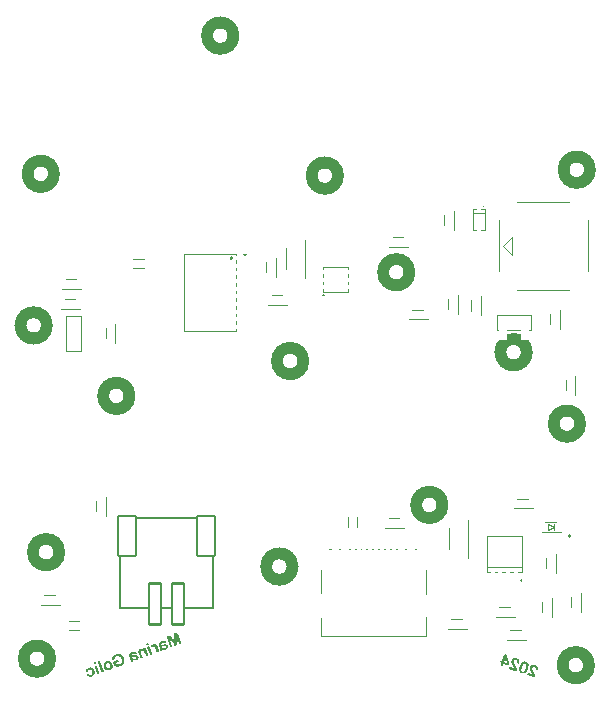
<source format=gbo>
%TF.GenerationSoftware,KiCad,Pcbnew,8.0.6*%
%TF.CreationDate,2024-12-09T18:11:45+01:00*%
%TF.ProjectId,Xmas,586d6173-2e6b-4696-9361-645f70636258,rev?*%
%TF.SameCoordinates,Original*%
%TF.FileFunction,Legend,Bot*%
%TF.FilePolarity,Positive*%
%FSLAX46Y46*%
G04 Gerber Fmt 4.6, Leading zero omitted, Abs format (unit mm)*
G04 Created by KiCad (PCBNEW 8.0.6) date 2024-12-09 18:11:45*
%MOMM*%
%LPD*%
G01*
G04 APERTURE LIST*
G04 Aperture macros list*
%AMRoundRect*
0 Rectangle with rounded corners*
0 $1 Rounding radius*
0 $2 $3 $4 $5 $6 $7 $8 $9 X,Y pos of 4 corners*
0 Add a 4 corners polygon primitive as box body*
4,1,4,$2,$3,$4,$5,$6,$7,$8,$9,$2,$3,0*
0 Add four circle primitives for the rounded corners*
1,1,$1+$1,$2,$3*
1,1,$1+$1,$4,$5*
1,1,$1+$1,$6,$7*
1,1,$1+$1,$8,$9*
0 Add four rect primitives between the rounded corners*
20,1,$1+$1,$2,$3,$4,$5,0*
20,1,$1+$1,$4,$5,$6,$7,0*
20,1,$1+$1,$6,$7,$8,$9,0*
20,1,$1+$1,$8,$9,$2,$3,0*%
G04 Aperture macros list end*
%ADD10C,1.000000*%
%ADD11C,0.250000*%
%ADD12C,0.100000*%
%ADD13C,0.200000*%
%ADD14C,0.127000*%
%ADD15R,0.950000X0.800000*%
%ADD16R,1.350000X0.400000*%
%ADD17R,0.800000X0.950000*%
%ADD18R,0.450000X0.300000*%
%ADD19R,1.000000X1.600000*%
%ADD20R,1.750000X1.125000*%
%ADD21R,0.450000X0.590000*%
%ADD22R,0.800000X0.900000*%
%ADD23C,0.100000*%
%ADD24R,0.300000X1.140000*%
%ADD25O,1.200000X2.000000*%
%ADD26O,1.200000X2.300000*%
%ADD27C,1.500000*%
%ADD28RoundRect,0.102000X0.500000X1.750000X-0.500000X1.750000X-0.500000X-1.750000X0.500000X-1.750000X0*%
%ADD29RoundRect,0.102000X0.750000X1.700000X-0.750000X1.700000X-0.750000X-1.700000X0.750000X-1.700000X0*%
%ADD30R,0.450000X1.400000*%
%ADD31R,2.000000X1.880000*%
%ADD32R,0.900000X0.800000*%
%ADD33R,1.800000X1.800000*%
G04 APERTURE END LIST*
D10*
X103150000Y-114750000D02*
G75*
G02*
X100913932Y-114750000I-1118034J0D01*
G01*
X100913932Y-114750000D02*
G75*
G02*
X103150000Y-114750000I1118034J0D01*
G01*
X133568034Y-82031966D02*
G75*
G02*
X131331966Y-82031966I-1118034J0D01*
G01*
X131331966Y-82031966D02*
G75*
G02*
X133568034Y-82031966I1118034J0D01*
G01*
X124586068Y-89550000D02*
G75*
G02*
X122350000Y-89550000I-1118034J0D01*
G01*
X122350000Y-89550000D02*
G75*
G02*
X124586068Y-89550000I1118034J0D01*
G01*
X143500000Y-88800000D02*
G75*
G02*
X141263932Y-88800000I-1118034J0D01*
G01*
X141263932Y-88800000D02*
G75*
G02*
X143500000Y-88800000I1118034J0D01*
G01*
X102868034Y-86531966D02*
G75*
G02*
X100631966Y-86531966I-1118034J0D01*
G01*
X100631966Y-86531966D02*
G75*
G02*
X102868034Y-86531966I1118034J0D01*
G01*
X109868034Y-92500000D02*
G75*
G02*
X107631966Y-92500000I-1118034J0D01*
G01*
X107631966Y-92500000D02*
G75*
G02*
X109868034Y-92500000I1118034J0D01*
G01*
X118668034Y-62000000D02*
G75*
G02*
X116431966Y-62000000I-1118034J0D01*
G01*
X116431966Y-62000000D02*
G75*
G02*
X118668034Y-62000000I1118034J0D01*
G01*
X148850000Y-73350000D02*
G75*
G02*
X146613932Y-73350000I-1118034J0D01*
G01*
X146613932Y-73350000D02*
G75*
G02*
X148850000Y-73350000I1118034J0D01*
G01*
X136368034Y-101731966D02*
G75*
G02*
X134131966Y-101731966I-1118034J0D01*
G01*
X134131966Y-101731966D02*
G75*
G02*
X136368034Y-101731966I1118034J0D01*
G01*
X148768034Y-115300000D02*
G75*
G02*
X146531966Y-115300000I-1118034J0D01*
G01*
X146531966Y-115300000D02*
G75*
G02*
X148768034Y-115300000I1118034J0D01*
G01*
X103468034Y-73700000D02*
G75*
G02*
X101231966Y-73700000I-1118034J0D01*
G01*
X101231966Y-73700000D02*
G75*
G02*
X103468034Y-73700000I1118034J0D01*
G01*
X123668034Y-106950000D02*
G75*
G02*
X121431966Y-106950000I-1118034J0D01*
G01*
X121431966Y-106950000D02*
G75*
G02*
X123668034Y-106950000I1118034J0D01*
G01*
X148018034Y-94850000D02*
G75*
G02*
X145781966Y-94850000I-1118034J0D01*
G01*
X145781966Y-94850000D02*
G75*
G02*
X148018034Y-94850000I1118034J0D01*
G01*
X103918034Y-105731966D02*
G75*
G02*
X101681966Y-105731966I-1118034J0D01*
G01*
X101681966Y-105731966D02*
G75*
G02*
X103918034Y-105731966I1118034J0D01*
G01*
X127518034Y-73850000D02*
G75*
G02*
X125281966Y-73850000I-1118034J0D01*
G01*
X125281966Y-73850000D02*
G75*
G02*
X127518034Y-73850000I1118034J0D01*
G01*
D11*
G36*
X144001142Y-116113729D02*
G01*
X143677758Y-115996027D01*
X143628839Y-115984395D01*
X143588115Y-115988092D01*
X143547055Y-116018041D01*
X143537477Y-116037240D01*
X143534290Y-116086568D01*
X143539941Y-116102596D01*
X143574724Y-116138944D01*
X143600129Y-116150754D01*
X144075221Y-116323674D01*
X144123692Y-116333323D01*
X144166284Y-116324848D01*
X144205646Y-116294643D01*
X144219742Y-116268669D01*
X144225863Y-116217854D01*
X144224812Y-116199037D01*
X144216711Y-116150524D01*
X144207327Y-116123535D01*
X144184389Y-116071889D01*
X144162160Y-116023288D01*
X144140638Y-115977730D01*
X144116909Y-115929391D01*
X144108250Y-115912289D01*
X144084301Y-115866436D01*
X144060016Y-115822931D01*
X144039779Y-115791198D01*
X144013262Y-115749772D01*
X143988689Y-115703757D01*
X143980255Y-115684800D01*
X143963701Y-115636018D01*
X143955660Y-115589555D01*
X143957312Y-115538510D01*
X143965409Y-115507071D01*
X143989618Y-115463432D01*
X144010041Y-115443001D01*
X144052990Y-115419066D01*
X144078390Y-115413035D01*
X144128830Y-115413975D01*
X144155199Y-115421238D01*
X144199633Y-115445355D01*
X144234846Y-115485263D01*
X144254435Y-115533706D01*
X144255744Y-115539187D01*
X144257969Y-115590773D01*
X144257875Y-115599744D01*
X144260824Y-115650088D01*
X144268451Y-115682089D01*
X144299668Y-115719780D01*
X144320083Y-115729472D01*
X144369079Y-115733475D01*
X144387443Y-115727218D01*
X144424477Y-115692545D01*
X144434076Y-115671934D01*
X144446199Y-115622738D01*
X144448933Y-115571469D01*
X144448818Y-115567874D01*
X144442274Y-115517725D01*
X144426775Y-115468396D01*
X144420702Y-115454453D01*
X144395078Y-115410496D01*
X144363416Y-115372259D01*
X144341396Y-115350992D01*
X144301193Y-115320229D01*
X144258495Y-115295835D01*
X144209938Y-115274842D01*
X144204761Y-115272929D01*
X144155708Y-115257334D01*
X144103144Y-115246140D01*
X144053354Y-115241673D01*
X144021703Y-115242430D01*
X143971898Y-115251206D01*
X143924568Y-115268878D01*
X143918444Y-115271906D01*
X143875068Y-115298807D01*
X143836742Y-115333485D01*
X143832013Y-115338697D01*
X143800958Y-115380453D01*
X143777887Y-115426944D01*
X143775415Y-115433500D01*
X143761073Y-115485249D01*
X143755742Y-115536927D01*
X143759422Y-115588534D01*
X143761239Y-115598847D01*
X143772323Y-115647366D01*
X143787256Y-115694172D01*
X143805062Y-115734099D01*
X143828996Y-115777946D01*
X143855559Y-115824768D01*
X143880563Y-115867997D01*
X143900750Y-115902525D01*
X143928090Y-115950197D01*
X143953756Y-115997835D01*
X143975513Y-116042703D01*
X143988529Y-116074829D01*
X144001142Y-116113729D01*
G37*
G36*
X143334335Y-114970302D02*
G01*
X143383477Y-114977552D01*
X143433826Y-114992332D01*
X143470748Y-115007772D01*
X143514890Y-115032732D01*
X143557598Y-115066787D01*
X143592945Y-115107169D01*
X143614996Y-115142548D01*
X143636062Y-115192585D01*
X143647908Y-115241359D01*
X143653279Y-115294176D01*
X143652021Y-115340952D01*
X143646121Y-115391874D01*
X143636730Y-115441764D01*
X143629251Y-115473233D01*
X143615758Y-115522451D01*
X143599533Y-115574088D01*
X143582819Y-115622019D01*
X143565029Y-115668035D01*
X143544168Y-115715603D01*
X143521951Y-115759974D01*
X143507004Y-115786346D01*
X143479923Y-115828245D01*
X143448508Y-115868920D01*
X143443669Y-115874242D01*
X143408528Y-115908334D01*
X143365655Y-115940522D01*
X143319889Y-115965484D01*
X143271229Y-115983220D01*
X143221040Y-115993153D01*
X143170829Y-115995022D01*
X143120597Y-115988825D01*
X143070345Y-115974563D01*
X143043856Y-115963742D01*
X143000037Y-115939720D01*
X142961181Y-115909856D01*
X142927289Y-115874150D01*
X142910738Y-115852035D01*
X142885845Y-115809053D01*
X142867249Y-115761990D01*
X142854949Y-115710844D01*
X142854350Y-115707101D01*
X143042381Y-115707101D01*
X143051712Y-115757248D01*
X143052855Y-115760383D01*
X143081264Y-115802481D01*
X143125185Y-115828176D01*
X143128562Y-115829364D01*
X143177188Y-115836512D01*
X143224869Y-115822091D01*
X143247322Y-115806238D01*
X143282817Y-115768542D01*
X143311892Y-115725106D01*
X143314502Y-115720614D01*
X143338183Y-115675843D01*
X143359514Y-115629488D01*
X143378397Y-115583862D01*
X143397483Y-115533509D01*
X143401448Y-115522516D01*
X143419327Y-115469978D01*
X143433956Y-115421486D01*
X143447221Y-115368637D01*
X143456784Y-115314344D01*
X143459913Y-115262005D01*
X143459714Y-115256159D01*
X143449324Y-115204730D01*
X143420271Y-115162909D01*
X143377838Y-115138302D01*
X143374349Y-115137072D01*
X143324598Y-115129256D01*
X143276882Y-115142883D01*
X143254599Y-115157955D01*
X143219532Y-115194156D01*
X143190965Y-115236113D01*
X143170441Y-115273446D01*
X143147071Y-115322723D01*
X143126049Y-115372992D01*
X143107463Y-115421972D01*
X143104679Y-115429662D01*
X143086879Y-115481117D01*
X143072031Y-115528422D01*
X143058678Y-115577406D01*
X143048266Y-115626035D01*
X143044069Y-115655131D01*
X143042381Y-115707101D01*
X142854350Y-115707101D01*
X142854188Y-115706085D01*
X142849397Y-115653023D01*
X142850730Y-115603656D01*
X142857479Y-115553215D01*
X142865140Y-115516305D01*
X142878345Y-115465355D01*
X142893252Y-115416767D01*
X142911142Y-115365073D01*
X142915633Y-115352883D01*
X142933942Y-115306211D01*
X142957600Y-115252561D01*
X142982116Y-115204122D01*
X143007489Y-115160894D01*
X143039068Y-115115898D01*
X143071882Y-115078406D01*
X143094678Y-115056843D01*
X143135173Y-115025369D01*
X143181061Y-114999102D01*
X143202852Y-114989717D01*
X143251541Y-114975500D01*
X143302245Y-114969652D01*
X143334335Y-114970302D01*
G37*
G36*
X142438616Y-115545016D02*
G01*
X142115232Y-115427314D01*
X142066313Y-115415682D01*
X142025589Y-115419379D01*
X141984530Y-115449328D01*
X141974951Y-115468527D01*
X141971764Y-115517856D01*
X141977415Y-115533883D01*
X142012198Y-115570231D01*
X142037603Y-115582041D01*
X142512695Y-115754961D01*
X142561166Y-115764610D01*
X142603759Y-115756135D01*
X142643120Y-115725930D01*
X142657216Y-115699956D01*
X142663337Y-115649141D01*
X142662286Y-115630324D01*
X142654185Y-115581811D01*
X142644801Y-115554822D01*
X142621863Y-115503177D01*
X142599634Y-115454575D01*
X142578113Y-115409017D01*
X142554384Y-115360678D01*
X142545724Y-115343576D01*
X142521775Y-115297724D01*
X142497490Y-115254218D01*
X142477253Y-115222485D01*
X142450736Y-115181059D01*
X142426163Y-115135044D01*
X142417730Y-115116087D01*
X142401175Y-115067305D01*
X142393134Y-115020843D01*
X142394786Y-114969797D01*
X142402883Y-114938358D01*
X142427092Y-114894719D01*
X142447516Y-114874288D01*
X142490464Y-114850353D01*
X142515864Y-114844322D01*
X142566304Y-114845262D01*
X142592673Y-114852525D01*
X142637107Y-114876642D01*
X142672320Y-114916550D01*
X142691910Y-114964993D01*
X142693218Y-114970474D01*
X142695443Y-115022060D01*
X142695349Y-115031031D01*
X142698298Y-115081375D01*
X142705926Y-115113376D01*
X142737142Y-115151067D01*
X142757558Y-115160759D01*
X142806553Y-115164762D01*
X142824917Y-115158505D01*
X142861951Y-115123832D01*
X142871550Y-115103221D01*
X142883673Y-115054025D01*
X142886407Y-115002756D01*
X142886292Y-114999161D01*
X142879748Y-114949012D01*
X142864249Y-114899683D01*
X142858176Y-114885740D01*
X142832552Y-114841783D01*
X142800890Y-114803546D01*
X142778870Y-114782279D01*
X142738667Y-114751516D01*
X142695969Y-114727122D01*
X142647412Y-114706129D01*
X142642235Y-114704216D01*
X142593182Y-114688621D01*
X142540618Y-114677427D01*
X142490829Y-114672960D01*
X142459177Y-114673717D01*
X142409373Y-114682493D01*
X142362042Y-114700165D01*
X142355918Y-114703193D01*
X142312542Y-114730094D01*
X142274216Y-114764772D01*
X142269488Y-114769984D01*
X142238432Y-114811740D01*
X142215362Y-114858231D01*
X142212889Y-114864787D01*
X142198547Y-114916536D01*
X142193216Y-114968214D01*
X142196896Y-115019821D01*
X142198713Y-115030134D01*
X142209797Y-115078653D01*
X142224730Y-115125459D01*
X142242536Y-115165386D01*
X142266470Y-115209233D01*
X142293034Y-115256055D01*
X142318038Y-115299285D01*
X142338224Y-115333812D01*
X142365565Y-115381484D01*
X142391230Y-115429122D01*
X142412988Y-115473990D01*
X142426003Y-115506116D01*
X142438616Y-115545016D01*
G37*
G36*
X141733592Y-114373497D02*
G01*
X141747375Y-114379671D01*
X141782283Y-114415392D01*
X141798999Y-114454659D01*
X141814977Y-114502668D01*
X141991739Y-115080341D01*
X142004393Y-115120556D01*
X142013815Y-115154656D01*
X142018021Y-115187376D01*
X142013067Y-115215984D01*
X141992115Y-115253865D01*
X141950863Y-115284055D01*
X141942468Y-115286991D01*
X141891695Y-115290515D01*
X141843002Y-115278326D01*
X141526274Y-115163047D01*
X141484840Y-115276885D01*
X141467001Y-115313404D01*
X141431692Y-115347212D01*
X141407544Y-115356033D01*
X141358176Y-115351385D01*
X141335611Y-115340227D01*
X141303832Y-115301455D01*
X141297912Y-115261482D01*
X141308804Y-115212813D01*
X141350238Y-115098974D01*
X141318335Y-115087363D01*
X141284173Y-115071895D01*
X141246775Y-115039744D01*
X141237110Y-115018323D01*
X141238746Y-115001469D01*
X141585084Y-115001469D01*
X141840761Y-115094528D01*
X141708132Y-114663396D01*
X141585084Y-115001469D01*
X141238746Y-115001469D01*
X141241913Y-114968836D01*
X141255539Y-114941443D01*
X141299105Y-114914536D01*
X141340651Y-114916792D01*
X141388620Y-114929962D01*
X141409047Y-114937397D01*
X141585308Y-114453124D01*
X141600249Y-114420075D01*
X141634824Y-114379820D01*
X141684819Y-114364096D01*
X141733592Y-114373497D01*
G37*
G36*
X113864231Y-113444107D02*
G01*
X113788122Y-112785105D01*
X114019189Y-113442809D01*
X114042287Y-113488224D01*
X114077160Y-113519959D01*
X114125689Y-113530886D01*
X114157165Y-113524108D01*
X114199581Y-113495979D01*
X114215348Y-113470442D01*
X114221757Y-113421068D01*
X114210562Y-113374455D01*
X113940239Y-112631750D01*
X113917713Y-112587655D01*
X113878649Y-112557307D01*
X113873338Y-112555772D01*
X113823341Y-112553486D01*
X113772637Y-112566173D01*
X113713422Y-112587725D01*
X113666509Y-112607724D01*
X113635934Y-112627625D01*
X113611694Y-112670846D01*
X113610741Y-112678381D01*
X113610352Y-112728861D01*
X113613189Y-112770800D01*
X113658084Y-113299768D01*
X113352462Y-112865697D01*
X113322134Y-112824517D01*
X113295161Y-112793243D01*
X113250594Y-112771085D01*
X113243237Y-112770555D01*
X113193023Y-112778517D01*
X113158230Y-112789798D01*
X113098786Y-112811434D01*
X113054701Y-112832505D01*
X113017087Y-112865807D01*
X113015418Y-112868029D01*
X113001564Y-112917737D01*
X113012777Y-112969319D01*
X113283099Y-113712024D01*
X113306040Y-113757008D01*
X113340736Y-113788255D01*
X113389462Y-113798888D01*
X113421346Y-113791925D01*
X113462875Y-113763814D01*
X113478360Y-113737904D01*
X113484593Y-113688046D01*
X113473407Y-113641458D01*
X113227651Y-112989100D01*
X113592946Y-113542846D01*
X113621721Y-113584433D01*
X113649498Y-113621812D01*
X113688461Y-113653343D01*
X113705434Y-113661234D01*
X113754714Y-113666751D01*
X113788567Y-113658267D01*
X113831317Y-113633577D01*
X113843478Y-113620607D01*
X113865798Y-113575996D01*
X113867668Y-113567096D01*
X113870540Y-113517105D01*
X113869904Y-113507541D01*
X113865547Y-113458311D01*
X113864231Y-113444107D01*
G37*
G36*
X112810457Y-113234419D02*
G01*
X112858005Y-113245922D01*
X112904753Y-113268814D01*
X112914070Y-113275397D01*
X112949872Y-113309756D01*
X112974202Y-113353222D01*
X112978221Y-113367816D01*
X112970465Y-113417222D01*
X112962586Y-113429610D01*
X112921857Y-113459346D01*
X112919611Y-113460150D01*
X112869586Y-113463556D01*
X112857390Y-113456060D01*
X112816511Y-113426992D01*
X112788562Y-113409520D01*
X112741046Y-113393898D01*
X112736103Y-113393305D01*
X112685664Y-113397562D01*
X112636924Y-113412041D01*
X112627871Y-113415467D01*
X112583716Y-113437825D01*
X112550157Y-113477151D01*
X112546180Y-113527257D01*
X112556885Y-113576331D01*
X112563733Y-113575807D01*
X112614197Y-113571363D01*
X112663074Y-113566012D01*
X112686476Y-113563077D01*
X112735043Y-113556428D01*
X112785768Y-113548906D01*
X112825145Y-113542793D01*
X112875179Y-113535337D01*
X112880709Y-113534614D01*
X112933626Y-113532492D01*
X112982209Y-113539664D01*
X113030646Y-113558287D01*
X113068439Y-113584169D01*
X113101102Y-113621510D01*
X113124434Y-113668145D01*
X113128973Y-113682011D01*
X113137080Y-113731134D01*
X113133085Y-113781180D01*
X113128638Y-113798910D01*
X113108081Y-113845766D01*
X113078298Y-113885594D01*
X113052014Y-113910238D01*
X113010436Y-113937798D01*
X112965762Y-113957744D01*
X112919090Y-113971888D01*
X112868952Y-113980443D01*
X112820076Y-113981659D01*
X112775645Y-113977402D01*
X112725786Y-113967919D01*
X112674895Y-113953406D01*
X112664375Y-113996203D01*
X112646667Y-114042955D01*
X112636887Y-114060046D01*
X112598541Y-114091401D01*
X112576455Y-114096775D01*
X112526883Y-114090191D01*
X112512081Y-114083189D01*
X112479147Y-114045445D01*
X112473818Y-114017949D01*
X112470027Y-113968970D01*
X112469275Y-113957844D01*
X112462426Y-113908526D01*
X112448981Y-113860447D01*
X112431057Y-113812894D01*
X112412895Y-113764156D01*
X112408787Y-113753037D01*
X112391540Y-113706079D01*
X112387608Y-113695302D01*
X112599927Y-113695302D01*
X112605106Y-113709532D01*
X112617299Y-113740521D01*
X112640503Y-113786630D01*
X112673919Y-113827181D01*
X112707841Y-113847627D01*
X112756249Y-113859855D01*
X112806606Y-113859851D01*
X112857054Y-113847598D01*
X112887832Y-113832338D01*
X112922144Y-113795056D01*
X112930695Y-113772607D01*
X112927673Y-113723125D01*
X112921272Y-113709093D01*
X112884006Y-113677419D01*
X112872393Y-113673765D01*
X112822821Y-113669278D01*
X112812194Y-113670399D01*
X112761914Y-113676841D01*
X112712960Y-113683792D01*
X112703166Y-113685170D01*
X112652042Y-113691594D01*
X112599927Y-113695302D01*
X112387608Y-113695302D01*
X112374239Y-113658663D01*
X112367782Y-113640146D01*
X112352886Y-113587546D01*
X112344700Y-113539370D01*
X112343805Y-113486498D01*
X112351205Y-113447478D01*
X112374013Y-113400079D01*
X112407914Y-113361277D01*
X112440664Y-113335256D01*
X112486428Y-113307552D01*
X112535036Y-113284320D01*
X112583691Y-113265069D01*
X112616047Y-113254117D01*
X112665471Y-113240880D01*
X112717620Y-113232294D01*
X112771276Y-113230583D01*
X112810457Y-113234419D01*
G37*
G36*
X112093440Y-113974778D02*
G01*
X112147739Y-114123962D01*
X112171079Y-114169417D01*
X112206627Y-114200777D01*
X112255497Y-114211581D01*
X112286403Y-114205010D01*
X112328129Y-114176827D01*
X112343647Y-114150906D01*
X112350012Y-114101411D01*
X112339111Y-114055607D01*
X112159760Y-113562842D01*
X112137333Y-113515100D01*
X112101880Y-113476303D01*
X112053754Y-113462995D01*
X112020465Y-113470067D01*
X111978752Y-113495776D01*
X111962533Y-113524422D01*
X111957826Y-113574123D01*
X111961823Y-113591739D01*
X111919697Y-113565293D01*
X111885458Y-113551175D01*
X111833832Y-113545020D01*
X111785847Y-113555492D01*
X111782231Y-113556777D01*
X111737737Y-113578291D01*
X111697496Y-113608895D01*
X111680357Y-113626086D01*
X111653189Y-113668603D01*
X111652375Y-113720425D01*
X111653426Y-113723480D01*
X111683670Y-113763595D01*
X111698784Y-113771691D01*
X111747332Y-113778274D01*
X111759988Y-113774886D01*
X111801582Y-113747063D01*
X111803612Y-113745493D01*
X111846152Y-113717813D01*
X111863762Y-113710084D01*
X111912215Y-113703728D01*
X111929534Y-113707978D01*
X111970981Y-113735720D01*
X111986556Y-113753243D01*
X112014837Y-113795105D01*
X112039021Y-113840973D01*
X112060151Y-113888854D01*
X112079075Y-113936292D01*
X112093440Y-113974778D01*
G37*
G36*
X111385188Y-113823450D02*
G01*
X111571390Y-114335035D01*
X111594430Y-114379667D01*
X111629861Y-114410703D01*
X111678730Y-114421507D01*
X111709637Y-114414936D01*
X111751677Y-114386334D01*
X111766859Y-114360060D01*
X111772809Y-114310579D01*
X111762115Y-114265617D01*
X111577835Y-113759310D01*
X111555323Y-113715347D01*
X111521013Y-113684602D01*
X111472968Y-113673945D01*
X111442322Y-113680494D01*
X111399759Y-113708778D01*
X111383764Y-113734557D01*
X111376127Y-113784531D01*
X111385188Y-113823450D01*
G37*
G36*
X111413524Y-113607801D02*
G01*
X111456855Y-113580724D01*
X111473023Y-113559894D01*
X111484096Y-113512229D01*
X111477759Y-113484354D01*
X111449079Y-113444308D01*
X111425868Y-113431763D01*
X111375701Y-113425268D01*
X111349369Y-113431535D01*
X111306542Y-113459162D01*
X111292144Y-113477835D01*
X111280552Y-113525332D01*
X111287033Y-113553772D01*
X111314383Y-113594603D01*
X111338904Y-113608449D01*
X111387518Y-113614134D01*
X111413524Y-113607801D01*
G37*
G36*
X111042877Y-113941283D02*
G01*
X111043107Y-113941200D01*
X110999096Y-113919208D01*
X110949715Y-113905092D01*
X110925113Y-113901232D01*
X110873876Y-113900082D01*
X110825350Y-113907623D01*
X110784537Y-113919908D01*
X110738382Y-113940792D01*
X110695046Y-113970338D01*
X110667349Y-113997130D01*
X110638440Y-114037441D01*
X110619171Y-114085882D01*
X110613985Y-114114022D01*
X110612409Y-114164589D01*
X110616972Y-114195069D01*
X110629951Y-114243545D01*
X110646028Y-114291309D01*
X110647363Y-114294992D01*
X110768072Y-114626639D01*
X110790948Y-114671445D01*
X110825792Y-114703100D01*
X110873945Y-114714388D01*
X110904734Y-114707897D01*
X110945876Y-114680827D01*
X110963020Y-114652373D01*
X110969035Y-114602494D01*
X110958255Y-114557158D01*
X110850076Y-114259938D01*
X110834129Y-114209221D01*
X110824857Y-114157233D01*
X110825349Y-114121305D01*
X110847346Y-114075871D01*
X110891716Y-114047440D01*
X110899968Y-114044242D01*
X110948100Y-114035379D01*
X110991532Y-114041585D01*
X111037656Y-114063840D01*
X111072763Y-114096233D01*
X111098401Y-114140312D01*
X111119702Y-114189045D01*
X111138536Y-114238381D01*
X111219900Y-114461927D01*
X111243130Y-114507236D01*
X111278476Y-114538596D01*
X111327328Y-114549407D01*
X111358481Y-114542746D01*
X111400109Y-114514294D01*
X111415474Y-114487953D01*
X111421795Y-114438337D01*
X111411189Y-114393343D01*
X111224988Y-113881758D01*
X111202000Y-113837167D01*
X111171797Y-113809887D01*
X111121654Y-113800228D01*
X111096445Y-113806382D01*
X111055032Y-113834711D01*
X111035076Y-113879610D01*
X111034826Y-113881313D01*
X111039553Y-113931226D01*
X111042877Y-113941283D01*
G37*
G36*
X110303255Y-114146966D02*
G01*
X110350803Y-114158469D01*
X110397550Y-114181361D01*
X110406867Y-114187944D01*
X110442670Y-114222303D01*
X110467000Y-114265769D01*
X110471018Y-114280363D01*
X110463263Y-114329769D01*
X110455384Y-114342157D01*
X110414655Y-114371893D01*
X110412408Y-114372697D01*
X110362384Y-114376103D01*
X110350188Y-114368607D01*
X110309308Y-114339539D01*
X110281360Y-114322067D01*
X110233843Y-114306445D01*
X110228900Y-114305852D01*
X110178462Y-114310109D01*
X110129722Y-114324588D01*
X110120669Y-114328014D01*
X110076514Y-114350372D01*
X110042955Y-114389698D01*
X110038978Y-114439804D01*
X110049683Y-114488878D01*
X110056531Y-114488354D01*
X110106995Y-114483910D01*
X110155872Y-114478559D01*
X110179274Y-114475624D01*
X110227841Y-114468975D01*
X110278565Y-114461453D01*
X110317943Y-114455340D01*
X110367977Y-114447884D01*
X110373507Y-114447161D01*
X110426424Y-114445039D01*
X110475007Y-114452211D01*
X110523443Y-114470834D01*
X110561236Y-114496716D01*
X110593900Y-114534057D01*
X110617232Y-114580692D01*
X110621771Y-114594558D01*
X110629878Y-114643681D01*
X110625883Y-114693727D01*
X110621436Y-114711457D01*
X110600879Y-114758313D01*
X110571096Y-114798141D01*
X110544812Y-114822785D01*
X110503234Y-114850345D01*
X110458560Y-114870291D01*
X110411887Y-114884435D01*
X110361750Y-114892990D01*
X110312873Y-114894205D01*
X110268443Y-114889949D01*
X110218584Y-114880466D01*
X110167693Y-114865953D01*
X110157172Y-114908750D01*
X110139465Y-114955501D01*
X110129685Y-114972593D01*
X110091339Y-115003948D01*
X110069253Y-115009322D01*
X110019681Y-115002738D01*
X110004878Y-114995736D01*
X109971945Y-114957992D01*
X109966616Y-114930496D01*
X109962824Y-114881517D01*
X109962073Y-114870391D01*
X109955224Y-114821073D01*
X109941779Y-114772994D01*
X109923855Y-114725441D01*
X109905693Y-114676703D01*
X109901585Y-114665584D01*
X109884337Y-114618626D01*
X109880405Y-114607849D01*
X110092725Y-114607849D01*
X110097904Y-114622079D01*
X110110097Y-114653068D01*
X110133301Y-114699177D01*
X110166717Y-114739728D01*
X110200639Y-114760174D01*
X110249047Y-114772402D01*
X110299404Y-114772398D01*
X110349852Y-114760144D01*
X110380630Y-114744885D01*
X110414942Y-114707603D01*
X110423493Y-114685154D01*
X110420471Y-114635672D01*
X110414070Y-114621640D01*
X110376804Y-114589966D01*
X110365191Y-114586312D01*
X110315619Y-114581825D01*
X110304992Y-114582946D01*
X110254712Y-114589388D01*
X110205758Y-114596339D01*
X110195964Y-114597717D01*
X110144840Y-114604141D01*
X110092725Y-114607849D01*
X109880405Y-114607849D01*
X109867037Y-114571210D01*
X109860580Y-114552693D01*
X109845684Y-114500093D01*
X109837498Y-114451917D01*
X109836603Y-114399045D01*
X109844003Y-114360025D01*
X109866811Y-114312626D01*
X109900712Y-114273824D01*
X109933461Y-114247803D01*
X109979225Y-114220099D01*
X110027834Y-114196867D01*
X110076488Y-114177616D01*
X110108845Y-114166664D01*
X110158269Y-114153427D01*
X110210418Y-114144841D01*
X110264073Y-114143130D01*
X110303255Y-114146966D01*
G37*
G36*
X108504412Y-115120708D02*
G01*
X108570321Y-115301794D01*
X108591132Y-115346797D01*
X108599949Y-115359629D01*
X108639439Y-115389421D01*
X108642756Y-115390834D01*
X108690434Y-115404701D01*
X108705947Y-115407342D01*
X108756691Y-115413353D01*
X108805522Y-115416520D01*
X108858171Y-115416681D01*
X108897446Y-115414317D01*
X108947512Y-115407780D01*
X108998601Y-115397046D01*
X109050712Y-115382115D01*
X109080104Y-115372008D01*
X109126884Y-115353128D01*
X109176629Y-115328366D01*
X109222408Y-115300206D01*
X109264222Y-115268649D01*
X109269170Y-115264466D01*
X109306099Y-115229354D01*
X109338302Y-115191609D01*
X109368879Y-115145998D01*
X109388525Y-115108219D01*
X109406362Y-115062740D01*
X109419188Y-115015185D01*
X109427002Y-114965556D01*
X109429805Y-114913851D01*
X109427365Y-114860595D01*
X109419679Y-114806227D01*
X109408651Y-114757743D01*
X109393606Y-114708407D01*
X109388570Y-114694154D01*
X109369401Y-114646443D01*
X109347711Y-114601715D01*
X109319835Y-114554249D01*
X109288666Y-114510678D01*
X109280359Y-114500393D01*
X109245276Y-114462251D01*
X109207538Y-114429039D01*
X109167142Y-114400758D01*
X109124091Y-114377407D01*
X109078528Y-114359032D01*
X109030915Y-114345821D01*
X108981250Y-114337776D01*
X108929534Y-114334896D01*
X108875990Y-114337213D01*
X108820924Y-114344991D01*
X108771493Y-114356275D01*
X108720897Y-114371739D01*
X108706227Y-114376925D01*
X108659878Y-114395663D01*
X108612428Y-114419501D01*
X108569947Y-114446260D01*
X108544388Y-114465721D01*
X108506816Y-114499488D01*
X108472973Y-114537544D01*
X108446971Y-114576554D01*
X108424750Y-114622542D01*
X108410054Y-114670818D01*
X108407127Y-114687745D01*
X108404653Y-114737185D01*
X108412516Y-114777535D01*
X108440285Y-114818680D01*
X108466161Y-114834945D01*
X108515479Y-114844022D01*
X108545582Y-114837488D01*
X108584637Y-114810537D01*
X108607766Y-114766251D01*
X108619657Y-114715459D01*
X108633748Y-114667631D01*
X108636323Y-114660467D01*
X108660789Y-114615661D01*
X108682919Y-114589964D01*
X108723621Y-114558970D01*
X108767695Y-114537725D01*
X108779266Y-114533323D01*
X108827023Y-114519523D01*
X108876987Y-114513303D01*
X108903128Y-114513714D01*
X108953284Y-114522174D01*
X109000664Y-114540500D01*
X109013691Y-114547548D01*
X109054133Y-114576052D01*
X109091519Y-114613132D01*
X109107744Y-114633138D01*
X109135001Y-114673874D01*
X109158906Y-114719577D01*
X109177729Y-114765436D01*
X109194071Y-114816000D01*
X109205399Y-114864124D01*
X109212377Y-114918652D01*
X109212137Y-114969667D01*
X109202733Y-115024745D01*
X109195695Y-115046885D01*
X109172781Y-115094217D01*
X109141166Y-115135138D01*
X109100851Y-115169650D01*
X109051834Y-115197751D01*
X109019918Y-115210932D01*
X108971215Y-115225916D01*
X108922881Y-115235285D01*
X108890863Y-115238410D01*
X108838562Y-115239290D01*
X108789569Y-115236252D01*
X108760671Y-115232772D01*
X108709130Y-115091163D01*
X108850280Y-115039788D01*
X108895322Y-115018940D01*
X108929373Y-114990727D01*
X108943007Y-114943772D01*
X108936884Y-114917815D01*
X108907637Y-114878038D01*
X108890336Y-114868478D01*
X108840090Y-114863079D01*
X108814652Y-114869774D01*
X108597073Y-114948966D01*
X108551509Y-114969002D01*
X108529453Y-114982415D01*
X108498697Y-115020496D01*
X108494099Y-115034530D01*
X108494033Y-115084060D01*
X108504412Y-115120708D01*
G37*
G36*
X108121921Y-114939658D02*
G01*
X108170457Y-114950846D01*
X108216318Y-114969027D01*
X108255169Y-114991346D01*
X108294608Y-115022139D01*
X108330592Y-115059473D01*
X108336731Y-115066916D01*
X108365086Y-115106813D01*
X108389534Y-115151177D01*
X108410074Y-115200010D01*
X108411893Y-115205083D01*
X108426891Y-115255243D01*
X108436080Y-115304369D01*
X108439480Y-115357214D01*
X108436350Y-115403859D01*
X108426245Y-115453138D01*
X108409161Y-115500288D01*
X108387917Y-115540433D01*
X108358801Y-115580881D01*
X108323661Y-115617440D01*
X108320149Y-115620557D01*
X108278230Y-115652190D01*
X108234904Y-115676716D01*
X108186609Y-115697213D01*
X108181480Y-115699051D01*
X108130920Y-115713981D01*
X108081683Y-115722642D01*
X108029050Y-115724929D01*
X107982906Y-115720667D01*
X107934406Y-115709293D01*
X107888271Y-115690916D01*
X107848811Y-115668433D01*
X107808986Y-115637590D01*
X107772912Y-115600345D01*
X107766764Y-115592879D01*
X107738437Y-115553059D01*
X107714131Y-115509084D01*
X107693847Y-115460955D01*
X107692028Y-115455882D01*
X107677047Y-115405686D01*
X107667904Y-115356462D01*
X107664587Y-115303438D01*
X107665545Y-115288054D01*
X107862545Y-115288054D01*
X107870259Y-115340474D01*
X107885490Y-115391203D01*
X107898047Y-115422233D01*
X107921071Y-115465507D01*
X107951289Y-115504815D01*
X107990223Y-115536845D01*
X108032753Y-115555906D01*
X108081776Y-115561282D01*
X108133146Y-115550325D01*
X108175630Y-115528351D01*
X108211526Y-115492166D01*
X108213230Y-115489668D01*
X108233756Y-115445037D01*
X108241484Y-115395230D01*
X108241075Y-115369619D01*
X108233532Y-115319377D01*
X108218744Y-115269909D01*
X108207176Y-115241202D01*
X108184197Y-115197651D01*
X108154816Y-115158539D01*
X108152369Y-115155883D01*
X108113869Y-115123343D01*
X108069098Y-115103705D01*
X108021515Y-115099191D01*
X107972757Y-115109659D01*
X107930063Y-115131570D01*
X107894819Y-115166123D01*
X107871853Y-115211625D01*
X107865672Y-115235582D01*
X107862545Y-115288054D01*
X107665545Y-115288054D01*
X107667502Y-115256648D01*
X107677446Y-115207417D01*
X107694447Y-115160532D01*
X107715591Y-115120448D01*
X107745032Y-115079969D01*
X107780948Y-115043275D01*
X107784526Y-115040118D01*
X107827060Y-115008119D01*
X107870774Y-114983375D01*
X107919294Y-114962771D01*
X107924296Y-114960979D01*
X107973888Y-114946402D01*
X108022695Y-114937897D01*
X108075476Y-114935556D01*
X108121921Y-114939658D01*
G37*
G36*
X107665680Y-115756337D02*
G01*
X107386001Y-114987927D01*
X107363406Y-114943263D01*
X107329367Y-114911591D01*
X107281268Y-114900283D01*
X107249736Y-114907045D01*
X107208093Y-114933930D01*
X107190657Y-114961817D01*
X107184236Y-115011159D01*
X107195276Y-115057345D01*
X107474954Y-115825756D01*
X107498014Y-115870753D01*
X107533133Y-115902049D01*
X107582003Y-115912630D01*
X107613285Y-115905886D01*
X107655325Y-115877284D01*
X107670507Y-115851010D01*
X107676430Y-115801456D01*
X107665680Y-115756337D01*
G37*
G36*
X106932632Y-115444048D02*
G01*
X107118834Y-115955633D01*
X107141874Y-116000265D01*
X107177304Y-116031301D01*
X107226174Y-116042104D01*
X107257081Y-116035534D01*
X107299121Y-116006932D01*
X107314303Y-115980657D01*
X107320252Y-115931177D01*
X107309559Y-115886214D01*
X107125279Y-115379908D01*
X107102767Y-115335945D01*
X107068456Y-115305200D01*
X107020412Y-115294543D01*
X106989765Y-115301092D01*
X106947203Y-115329376D01*
X106931208Y-115355155D01*
X106923571Y-115405129D01*
X106932632Y-115444048D01*
G37*
G36*
X106960968Y-115228399D02*
G01*
X107004299Y-115201322D01*
X107020467Y-115180492D01*
X107031540Y-115132827D01*
X107025203Y-115104952D01*
X106996523Y-115064906D01*
X106973311Y-115052361D01*
X106923145Y-115045866D01*
X106896813Y-115052133D01*
X106853986Y-115079760D01*
X106839588Y-115098433D01*
X106827995Y-115145930D01*
X106834477Y-115174370D01*
X106861827Y-115215201D01*
X106886348Y-115229047D01*
X106934962Y-115234732D01*
X106960968Y-115228399D01*
G37*
G36*
X106266217Y-116139640D02*
G01*
X106290850Y-116182211D01*
X106313939Y-116206484D01*
X106353496Y-116235363D01*
X106399382Y-116257108D01*
X106402744Y-116258375D01*
X106453202Y-116271821D01*
X106505654Y-116276924D01*
X106527263Y-116276993D01*
X106576449Y-116272853D01*
X106627488Y-116262326D01*
X106675494Y-116247214D01*
X106724914Y-116226523D01*
X106769033Y-116202356D01*
X106814978Y-116168765D01*
X106853289Y-116130167D01*
X106883966Y-116086563D01*
X106900176Y-116054712D01*
X106917809Y-116004140D01*
X106927166Y-115951318D01*
X106928247Y-115896244D01*
X106921052Y-115838919D01*
X106908735Y-115789429D01*
X106898586Y-115758984D01*
X106879335Y-115712447D01*
X106853417Y-115664069D01*
X106823323Y-115620818D01*
X106789051Y-115582693D01*
X106784473Y-115578288D01*
X106745977Y-115546700D01*
X106699086Y-115519031D01*
X106648401Y-115499692D01*
X106612503Y-115491427D01*
X106562473Y-115486439D01*
X106510671Y-115488724D01*
X106457098Y-115498281D01*
X106408768Y-115512609D01*
X106401753Y-115515111D01*
X106356150Y-115534442D01*
X106311436Y-115559934D01*
X106281348Y-115582067D01*
X106243454Y-115616717D01*
X106210888Y-115656117D01*
X106201329Y-115670713D01*
X106178582Y-115714363D01*
X106163899Y-115762831D01*
X106161135Y-115811881D01*
X106167490Y-115840539D01*
X106196993Y-115879909D01*
X106214727Y-115889626D01*
X106265252Y-115896129D01*
X106285613Y-115890857D01*
X106321496Y-115863761D01*
X106340206Y-115818232D01*
X106341952Y-115812130D01*
X106356349Y-115764225D01*
X106379494Y-115718308D01*
X106381049Y-115716025D01*
X106417531Y-115680889D01*
X106457740Y-115661080D01*
X106508189Y-115650673D01*
X106556970Y-115656782D01*
X106599871Y-115676668D01*
X106639162Y-115709304D01*
X106669622Y-115749056D01*
X106692797Y-115792645D01*
X106705418Y-115823833D01*
X106719580Y-115872027D01*
X106726313Y-115918376D01*
X106724566Y-115969003D01*
X106717343Y-116000136D01*
X106694375Y-116045440D01*
X106679571Y-116062748D01*
X106638124Y-116092844D01*
X106615605Y-116102665D01*
X106566403Y-116113880D01*
X106520245Y-116110601D01*
X106472199Y-116091225D01*
X106429333Y-116060777D01*
X106389632Y-116032171D01*
X106374421Y-116024881D01*
X106324891Y-116022439D01*
X106317475Y-116024814D01*
X106277831Y-116055087D01*
X106268577Y-116073282D01*
X106261878Y-116121957D01*
X106266217Y-116139640D01*
G37*
D12*
%TO.C,R4*%
X144787500Y-111200000D02*
X144787500Y-109600000D01*
X145612500Y-109600000D02*
X145612500Y-111200000D01*
%TO.C,IC1*%
X114500000Y-80500000D02*
X114500000Y-87000000D01*
X114500000Y-87000000D02*
X118900000Y-87000000D01*
X118900000Y-80500000D02*
X114500000Y-80500000D01*
X118900000Y-87000000D02*
X118900000Y-80500000D01*
X119500000Y-80450000D02*
X119700000Y-80450000D01*
X119600000Y-80550000D02*
X119500000Y-80450000D01*
X119700000Y-80450000D02*
X119600000Y-80550000D01*
D13*
X118600000Y-80850000D02*
G75*
G02*
X118400000Y-80850000I-100000J0D01*
G01*
X118400000Y-80850000D02*
G75*
G02*
X118600000Y-80850000I100000J0D01*
G01*
D12*
%TO.C,C2*%
X140875000Y-110412500D02*
X142475000Y-110412500D01*
X142475000Y-111237500D02*
X140875000Y-111237500D01*
%TO.C,C5*%
X107037500Y-102660000D02*
X107037500Y-101060000D01*
X107862500Y-101060000D02*
X107862500Y-102660000D01*
%TO.C,R11*%
X107837500Y-88000000D02*
X107837500Y-86400000D01*
X108662500Y-86400000D02*
X108662500Y-88000000D01*
%TO.C,C10*%
X104400000Y-111537500D02*
X106000000Y-111537500D01*
X106000000Y-112362500D02*
X104400000Y-112362500D01*
%TO.C,R2*%
X128337500Y-104000000D02*
X128337500Y-102400000D01*
X129162500Y-102400000D02*
X129162500Y-104000000D01*
%TO.C,R10*%
X102350000Y-109337500D02*
X103950000Y-109337500D01*
X103950000Y-110162500D02*
X102350000Y-110162500D01*
%TO.C,R7*%
X121580000Y-83957500D02*
X123180000Y-83957500D01*
X123180000Y-84782500D02*
X121580000Y-84782500D01*
%TO.C,R8*%
X109850000Y-80887500D02*
X111450000Y-80887500D01*
X111450000Y-81712500D02*
X109850000Y-81712500D01*
%TO.C,U1*%
X126175000Y-83950000D02*
X126275000Y-83850000D01*
X126275000Y-83850000D02*
X126375000Y-83950000D01*
X126375000Y-83950000D02*
X126175000Y-83950000D01*
X126225000Y-83700000D02*
X128325000Y-83700000D01*
X128325000Y-81600000D01*
X126225000Y-81600000D01*
X126225000Y-83700000D01*
%TO.C,C8*%
X123100000Y-82500000D02*
X123100000Y-79300000D01*
X124700000Y-79300000D02*
X124700000Y-82500000D01*
%TO.C,C4*%
X146787500Y-92400000D02*
X146787500Y-90800000D01*
X147612500Y-90800000D02*
X147612500Y-92400000D01*
%TO.C,R3*%
X142400000Y-101187500D02*
X144000000Y-101187500D01*
X144000000Y-102012500D02*
X142400000Y-102012500D01*
%TO.C,C7*%
X121437500Y-82450000D02*
X121437500Y-80850000D01*
X122262500Y-80850000D02*
X122262500Y-82450000D01*
%TO.C,D1*%
X138950000Y-76640000D02*
X138950000Y-78440000D01*
X138950000Y-77040000D02*
X139950000Y-77040000D01*
X138950000Y-78440000D02*
X139950000Y-78440000D01*
X139950000Y-76640000D02*
X138950000Y-76640000D01*
X139950000Y-78440000D02*
X139950000Y-76640000D01*
X139900000Y-76440000D02*
G75*
G02*
X139800000Y-76440000I-50000J0D01*
G01*
X139800000Y-76440000D02*
G75*
G02*
X139900000Y-76440000I50000J0D01*
G01*
%TO.C,Q2*%
X140940000Y-85625000D02*
X140940000Y-86925000D01*
X140940000Y-86925000D02*
X143860000Y-86925000D01*
X143860000Y-85625000D02*
X140940000Y-85625000D01*
X143860000Y-86925000D02*
X143860000Y-85625000D01*
%TO.C,LED13*%
X144762000Y-103187500D02*
X146362000Y-103187500D01*
X145288000Y-103346000D02*
X145288000Y-103854000D01*
X145288000Y-103854000D02*
X145796000Y-103600000D01*
X145796000Y-103346000D02*
X145796000Y-103854000D01*
X145796000Y-103600000D02*
X145288000Y-103346000D01*
X146362000Y-104012500D02*
X144762000Y-104012500D01*
D13*
X147224000Y-104362000D02*
G75*
G02*
X147024000Y-104362000I-100000J0D01*
G01*
X147024000Y-104362000D02*
G75*
G02*
X147224000Y-104362000I100000J0D01*
G01*
D12*
%TO.C,CONN2*%
X126040000Y-105465000D02*
X126040000Y-112815000D01*
X126040000Y-112815000D02*
X134980000Y-112815000D01*
X134980000Y-105465000D02*
X126040000Y-105465000D01*
X134980000Y-112815000D02*
X134980000Y-105465000D01*
%TO.C,R6*%
X104050000Y-84287500D02*
X105650000Y-84287500D01*
X105650000Y-85112500D02*
X104050000Y-85112500D01*
%TO.C,R9*%
X147237500Y-110775000D02*
X147237500Y-109175000D01*
X148062500Y-109175000D02*
X148062500Y-110775000D01*
%TO.C,C6*%
X136800000Y-111387500D02*
X138400000Y-111387500D01*
X138400000Y-112212500D02*
X136800000Y-112212500D01*
D14*
%TO.C,CONN1*%
X109050000Y-102850000D02*
X109050000Y-110450000D01*
X109050000Y-110450000D02*
X116950000Y-110450000D01*
X116950000Y-102850000D02*
X109050000Y-102850000D01*
X116950000Y-110450000D02*
X116950000Y-102850000D01*
D12*
%TO.C,IC2*%
X140100000Y-104375000D02*
X140100000Y-107375000D01*
X140100000Y-106975000D02*
X143100000Y-106975000D01*
X140100000Y-107375000D02*
X143100000Y-107375000D01*
X142900000Y-108075000D02*
X143000000Y-108175000D01*
X143000000Y-107975000D02*
X142900000Y-108075000D01*
X143000000Y-108175000D02*
X143000000Y-107975000D01*
X143100000Y-104375000D02*
X140100000Y-104375000D01*
X143100000Y-107375000D02*
X143100000Y-104375000D01*
%TO.C,R5*%
X145112500Y-107500000D02*
X145112500Y-105900000D01*
X145937500Y-105900000D02*
X145937500Y-107500000D01*
%TO.C,C9*%
X141800000Y-112337500D02*
X143400000Y-112337500D01*
X143400000Y-113162500D02*
X141800000Y-113162500D01*
%TO.C,C13*%
X136517500Y-78460000D02*
X136517500Y-76860000D01*
X137342500Y-76860000D02*
X137342500Y-78460000D01*
%TO.C,C11*%
X136812500Y-85575000D02*
X136812500Y-83975000D01*
X137637500Y-83975000D02*
X137637500Y-85575000D01*
%TO.C,R12*%
X133500000Y-85187500D02*
X135100000Y-85187500D01*
X135100000Y-86012500D02*
X133500000Y-86012500D01*
%TO.C,C3*%
X136900000Y-106200000D02*
X136900000Y-103000000D01*
X138500000Y-103000000D02*
X138500000Y-106200000D01*
%TO.C,Q1*%
X104500000Y-85740000D02*
X104500000Y-88660000D01*
X104500000Y-88660000D02*
X105800000Y-88660000D01*
X105800000Y-85740000D02*
X104500000Y-85740000D01*
X105800000Y-88660000D02*
X105800000Y-85740000D01*
%TO.C,SPK1*%
X141150000Y-77200000D02*
X142200000Y-76050000D01*
X141150000Y-83550000D02*
X141150000Y-77200000D01*
X141525000Y-79800000D02*
X142275000Y-80550000D01*
X142200000Y-76050000D02*
X148650000Y-76050000D01*
X142275000Y-79050000D02*
X141525000Y-79800000D01*
X142275000Y-80550000D02*
X142275000Y-79050000D01*
X148650000Y-76050000D02*
X148650000Y-83550000D01*
X148650000Y-83550000D02*
X141150000Y-83550000D01*
%TO.C,R14*%
X131825000Y-79037500D02*
X133425000Y-79037500D01*
X133425000Y-79862500D02*
X131825000Y-79862500D01*
%TO.C,R13*%
X138817500Y-85680000D02*
X138817500Y-84080000D01*
X139642500Y-84080000D02*
X139642500Y-85680000D01*
%TO.C,R1*%
X131500000Y-102837500D02*
X133100000Y-102837500D01*
X133100000Y-103662500D02*
X131500000Y-103662500D01*
%TO.C,C1*%
X104150000Y-82637500D02*
X105750000Y-82637500D01*
X105750000Y-83462500D02*
X104150000Y-83462500D01*
%TO.C,C12*%
X145462500Y-86825000D02*
X145462500Y-85225000D01*
X146287500Y-85225000D02*
X146287500Y-86825000D01*
%TD*%
%LPC*%
D15*
%TO.C,R4*%
X145200000Y-111225000D03*
X145200000Y-109575000D03*
%TD*%
D16*
%TO.C,IC1*%
X119575000Y-80825000D03*
X119575000Y-81475000D03*
X119575000Y-82125000D03*
X119575000Y-82775000D03*
X119575000Y-83425000D03*
X119575000Y-84075000D03*
X119575000Y-84725000D03*
X119575000Y-85375000D03*
X119575000Y-86025000D03*
X119575000Y-86675000D03*
X113825000Y-86675000D03*
X113825000Y-86025000D03*
X113825000Y-85375000D03*
X113825000Y-84725000D03*
X113825000Y-84075000D03*
X113825000Y-83425000D03*
X113825000Y-82775000D03*
X113825000Y-82125000D03*
X113825000Y-81475000D03*
X113825000Y-80825000D03*
%TD*%
D17*
%TO.C,C2*%
X142500000Y-110825000D03*
X140850000Y-110825000D03*
%TD*%
D15*
%TO.C,C5*%
X107450000Y-102685000D03*
X107450000Y-101035000D03*
%TD*%
%TO.C,R11*%
X108250000Y-86375000D03*
X108250000Y-88025000D03*
%TD*%
D17*
%TO.C,C10*%
X106025000Y-111950000D03*
X104375000Y-111950000D03*
%TD*%
D15*
%TO.C,R2*%
X128750000Y-104025000D03*
X128750000Y-102375000D03*
%TD*%
D17*
%TO.C,R10*%
X102325000Y-109750000D03*
X103975000Y-109750000D03*
%TD*%
%TO.C,R7*%
X123205000Y-84370000D03*
X121555000Y-84370000D03*
%TD*%
%TO.C,R8*%
X109825000Y-81300000D03*
X111475000Y-81300000D03*
%TD*%
D18*
%TO.C,U1*%
X126300000Y-83300000D03*
X126300000Y-82650000D03*
X126300000Y-82000000D03*
X128250000Y-82000000D03*
X128250000Y-82650000D03*
X128250000Y-83300000D03*
D19*
X127275000Y-82650000D03*
%TD*%
D20*
%TO.C,C8*%
X123900000Y-79437500D03*
X123900000Y-82362500D03*
%TD*%
D15*
%TO.C,C4*%
X147200000Y-92425000D03*
X147200000Y-90775000D03*
%TD*%
D17*
%TO.C,R3*%
X142375000Y-101600000D03*
X144025000Y-101600000D03*
%TD*%
D15*
%TO.C,C7*%
X121850000Y-80825000D03*
X121850000Y-82475000D03*
%TD*%
D21*
%TO.C,D1*%
X139450000Y-78595000D03*
X139450000Y-76485000D03*
%TD*%
D22*
%TO.C,Q2*%
X143350000Y-87375000D03*
X142400000Y-85175000D03*
X141450000Y-87375000D03*
%TD*%
D17*
%TO.C,LED13*%
X144737000Y-103600000D03*
X146387000Y-103600000D03*
%TD*%
D23*
%TO.C,CONN2*%
X133400000Y-106600000D03*
X127620000Y-106600000D03*
D24*
X133860000Y-105530000D03*
X133060000Y-105530000D03*
X131760000Y-105530000D03*
X130760000Y-105530000D03*
X130260000Y-105530000D03*
X129260000Y-105530000D03*
X127960000Y-105530000D03*
X127160000Y-105530000D03*
X127460000Y-105530000D03*
X128260000Y-105530000D03*
X128760000Y-105530000D03*
X129760000Y-105530000D03*
X131260000Y-105530000D03*
X132260000Y-105530000D03*
X132760000Y-105530000D03*
X133560000Y-105530000D03*
D25*
X134835000Y-110300000D03*
D26*
X134835000Y-106120000D03*
D25*
X126185000Y-110300000D03*
D26*
X126185000Y-106120000D03*
%TD*%
D17*
%TO.C,R6*%
X104025000Y-84700000D03*
X105675000Y-84700000D03*
%TD*%
D15*
%TO.C,R9*%
X147650000Y-110800000D03*
X147650000Y-109150000D03*
%TD*%
D27*
%TO.C,TP2*%
X107250000Y-77800000D03*
%TD*%
D17*
%TO.C,C6*%
X136775000Y-111800000D03*
X138425000Y-111800000D03*
%TD*%
D28*
%TO.C,CONN1*%
X112000000Y-110100000D03*
X114000000Y-110100000D03*
D29*
X116350000Y-104350000D03*
X109650000Y-104350000D03*
%TD*%
D30*
%TO.C,IC2*%
X142575000Y-108075000D03*
X141925000Y-108075000D03*
X141275000Y-108075000D03*
X140625000Y-108075000D03*
X140625000Y-103675000D03*
X141275000Y-103675000D03*
X141925000Y-103675000D03*
X142575000Y-103675000D03*
D31*
X141600000Y-105875000D03*
%TD*%
D15*
%TO.C,R5*%
X145525000Y-105875000D03*
X145525000Y-107525000D03*
%TD*%
D27*
%TO.C,TP5*%
X114750000Y-77800000D03*
%TD*%
D17*
%TO.C,C9*%
X141775000Y-112750000D03*
X143425000Y-112750000D03*
%TD*%
D27*
%TO.C,TP3*%
X109750000Y-77800000D03*
%TD*%
D15*
%TO.C,C13*%
X136930000Y-78485000D03*
X136930000Y-76835000D03*
%TD*%
%TO.C,C11*%
X137225000Y-83950000D03*
X137225000Y-85600000D03*
%TD*%
D17*
%TO.C,R12*%
X133475000Y-85600000D03*
X135125000Y-85600000D03*
%TD*%
D20*
%TO.C,C3*%
X137700000Y-106062500D03*
X137700000Y-103137500D03*
%TD*%
D27*
%TO.C,TP1*%
X104750000Y-77800000D03*
%TD*%
D32*
%TO.C,Q1*%
X106250000Y-86250000D03*
X104050000Y-87200000D03*
X106250000Y-88150000D03*
%TD*%
D27*
%TO.C,TP4*%
X112250000Y-77800000D03*
%TD*%
D33*
%TO.C,SPK1*%
X147975000Y-76725000D03*
X147975000Y-82875000D03*
X141825000Y-82875000D03*
X141825000Y-76725000D03*
%TD*%
D17*
%TO.C,R14*%
X133450000Y-79450000D03*
X131800000Y-79450000D03*
%TD*%
D15*
%TO.C,R13*%
X139230000Y-84055000D03*
X139230000Y-85705000D03*
%TD*%
D17*
%TO.C,R1*%
X131475000Y-103250000D03*
X133125000Y-103250000D03*
%TD*%
%TO.C,C1*%
X104125000Y-83050000D03*
X105775000Y-83050000D03*
%TD*%
D15*
%TO.C,C12*%
X145875000Y-86850000D03*
X145875000Y-85200000D03*
%TD*%
%LPD*%
M02*

</source>
